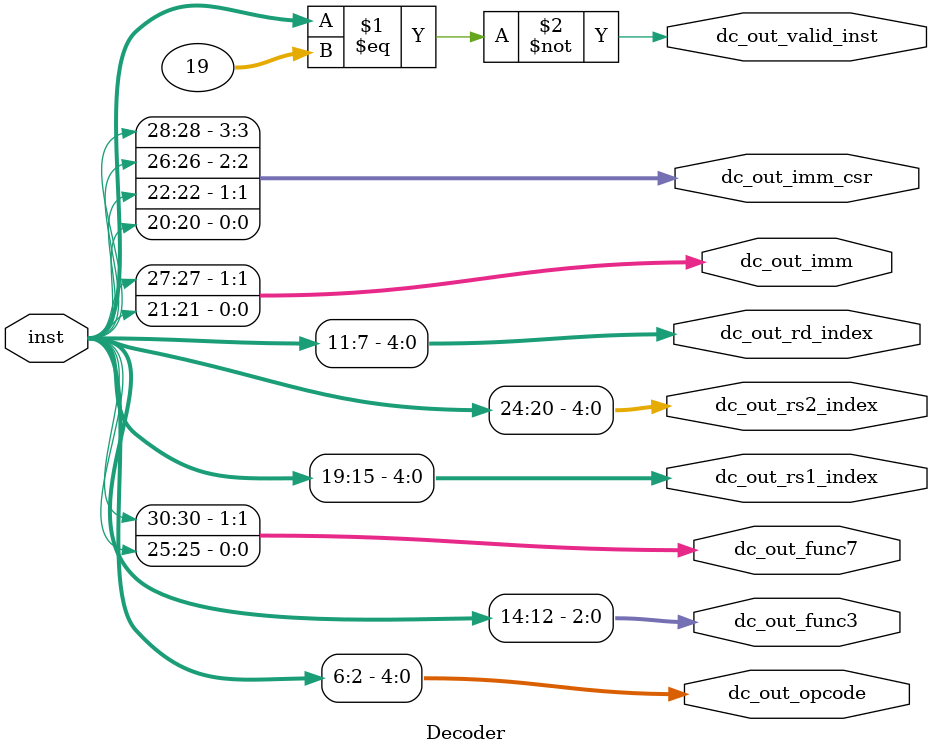
<source format=sv>
module Decoder (
    input [31:0] inst,
    output logic [4:0] dc_out_opcode,
    output logic [2:0] dc_out_func3,
    // output logic       dc_out_func5,
    output logic [1:0] dc_out_func7,
    output logic [4:0] dc_out_rs1_index,
    output logic [4:0] dc_out_rs2_index,
    output logic [4:0] dc_out_rd_index,
    output logic [1:0] dc_out_imm,
    output logic [3:0] dc_out_imm_csr, // imm 28, 26, 22, 20 
    output logic dc_out_valid_inst // valid instruction
);

    assign dc_out_opcode = inst[6:2];

    assign dc_out_func3 = inst[14:12];
    
    assign dc_out_func7 = {inst[30], inst[25]};

    assign dc_out_rs1_index = inst[19:15];
    assign dc_out_rs2_index = inst[24:20];

    assign dc_out_rd_index = inst[11:7];

    // CSR type
    assign dc_out_imm = {inst[27], inst[21]};
    assign dc_out_imm_csr = {inst[28], inst[26], inst[22], inst[20]};

    assign dc_out_valid_inst = ~(inst == 32'h00000013); // NOP addi x0, x0, 0

endmodule

</source>
